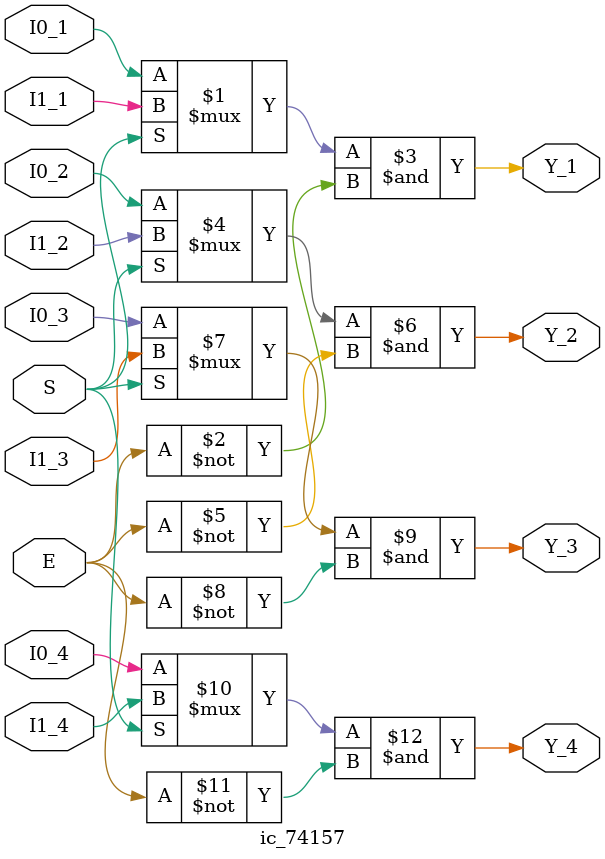
<source format=v>


module ic_74157(
    Y_1, I0_1, I1_1,
    Y_2, I0_2, I1_2,
    Y_3, I0_3, I1_3,
    Y_4, I0_4, I1_4,
    S, E);
    output Y_1, Y_2, Y_3, Y_4;
    input I0_1, I1_1, 
          I0_2, I1_2,
          I0_3, I1_3,
          I0_4, I1_4;
    input S, E;

    assign Y_1 = ((S)? I1_1:I0_1) & ~E;
    assign Y_2 = ((S)? I1_2:I0_2) & ~E;
    assign Y_3 = ((S)? I1_3:I0_3) & ~E;
    assign Y_4 = ((S)? I1_4:I0_4) & ~E;

endmodule
    

</source>
